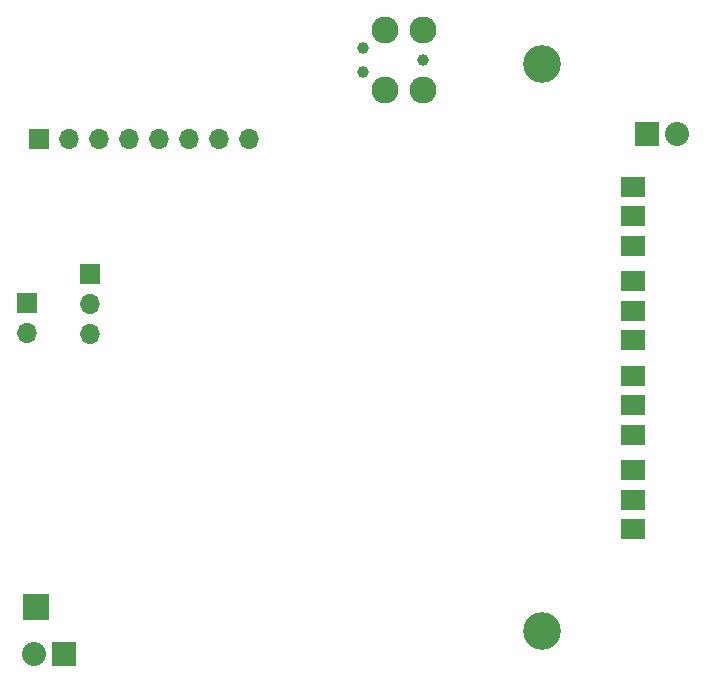
<source format=gbr>
G04 #@! TF.FileFunction,Soldermask,Bot*
%FSLAX46Y46*%
G04 Gerber Fmt 4.6, Leading zero omitted, Abs format (unit mm)*
G04 Created by KiCad (PCBNEW 4.0.2-4+6225~38~ubuntu14.04.1-stable) date Thu 30 Mar 2017 04:50:54 PM CEST*
%MOMM*%
G01*
G04 APERTURE LIST*
%ADD10C,0.100000*%
%ADD11R,2.032000X2.032000*%
%ADD12O,2.032000X2.032000*%
%ADD13R,2.235200X2.235200*%
%ADD14C,3.200000*%
%ADD15R,2.000000X1.700000*%
%ADD16R,1.700000X1.700000*%
%ADD17O,1.700000X1.700000*%
%ADD18C,0.990600*%
%ADD19C,2.286000*%
G04 APERTURE END LIST*
D10*
D11*
X98679000Y-175768000D03*
D12*
X96139000Y-175768000D03*
D11*
X148031200Y-131775200D03*
D12*
X150571200Y-131775200D03*
D13*
X96266000Y-171831000D03*
D14*
X139086000Y-125860000D03*
X139086000Y-173860000D03*
D15*
X146812000Y-141224000D03*
X146812000Y-138724000D03*
X146812000Y-136224000D03*
X146812000Y-144224000D03*
X146812000Y-146724000D03*
X146812000Y-149224000D03*
X146812000Y-152224000D03*
X146812000Y-154724000D03*
X146812000Y-157224000D03*
X146812000Y-160224000D03*
X146812000Y-162724000D03*
X146812000Y-165224000D03*
D16*
X96520000Y-132207000D03*
D17*
X99060000Y-132207000D03*
X101600000Y-132207000D03*
X104140000Y-132207000D03*
X106680000Y-132207000D03*
X109220000Y-132207000D03*
X111760000Y-132207000D03*
X114300000Y-132207000D03*
D18*
X123952000Y-126492000D03*
X123952000Y-124460000D03*
X129032000Y-125476000D03*
D19*
X129032000Y-128016000D03*
X129032000Y-122936000D03*
X125857000Y-128016000D03*
X125857000Y-122936000D03*
D16*
X95504000Y-146050000D03*
D17*
X95504000Y-148590000D03*
D16*
X100812600Y-143586200D03*
D17*
X100812600Y-146126200D03*
X100812600Y-148666200D03*
M02*

</source>
